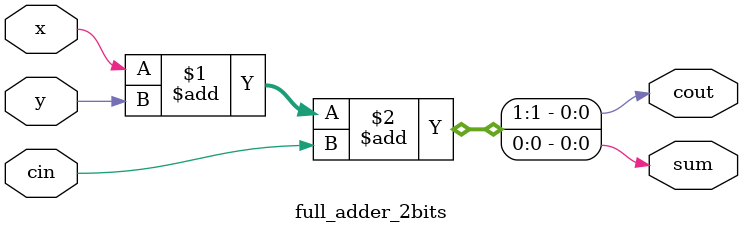
<source format=v>
`timescale 1ns / 1ps
/*******************************************************************
*
* Module: full_adder_2bits.v
* Project: femtoRV32
* Author(s): Abdelhakim Badawy  - abdelhakimbadawy@aucegypt.edu
             Marwan Eid         - marwanadel99@aucegypt.edu
             Mohammed Abuelwafa - mohammedabuelwafa@aucegypt.edu
* Description: A verilog module for a 2-bit full adder
*
* Change history: 10/23/19 - Added to the project
*
**********************************************************************/
module full_adder_2bits(
    input x, y,
    input cin,
    output sum,
    output cout
);
 
    assign {cout, sum} = x + y + cin;
endmodule

</source>
